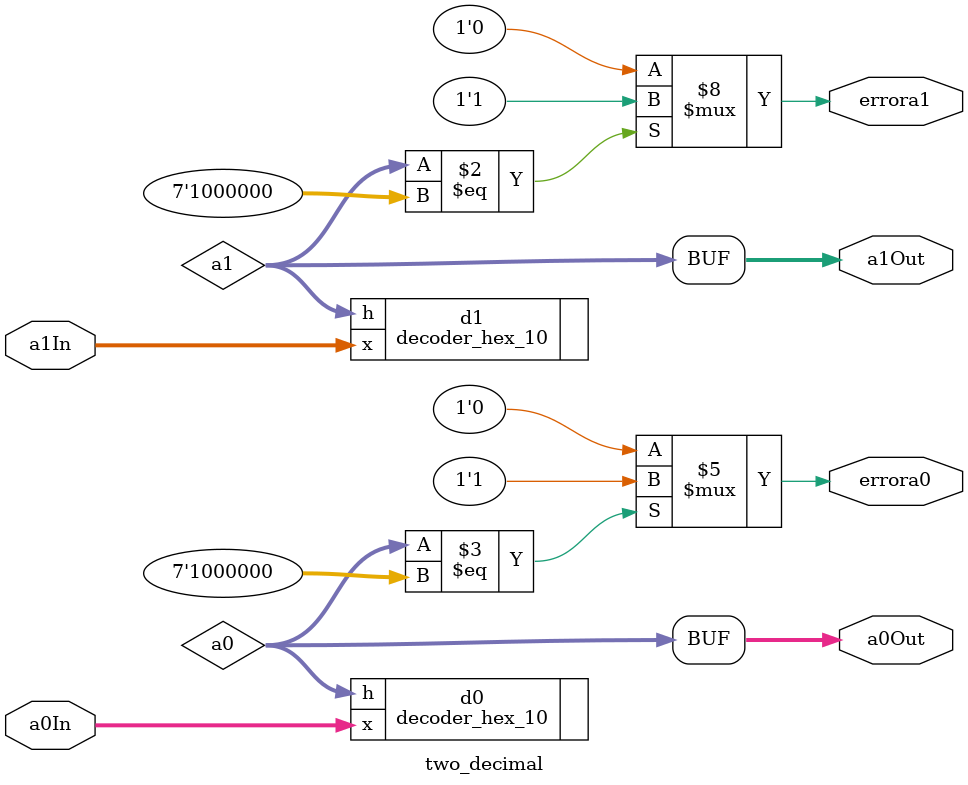
<source format=v>
module two_decimal(
	input [3:0]a1In, 
	input [3:0]a0In, 
	output reg errora1, 
	output reg errora0, 
	output [6:0]a1Out, 
	output [6:0]a0Out);
	
	wire [6:0]a1;
	wire [6:0]a0;

	decoder_hex_10 d1(.x(a1In), .h(a1));
	decoder_hex_10 d0(.x(a0In), .h(a0));
	
	assign a1Out = a1;
	assign a0Out = a0;
	
	always @(*) begin
	
		if (a1 == 7'b1000000)
			errora1 = 1'b1;
		else
			errora1 = 1'b0;

		if (a0 == 7'b1000000)
			errora0 = 1'b1;
		else
			errora0 = 1'b0;
	end
endmodule
</source>
